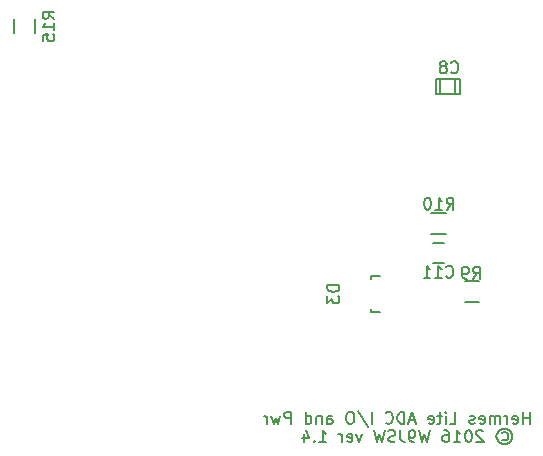
<source format=gbo>
G04 #@! TF.FileFunction,Legend,Bot*
%FSLAX46Y46*%
G04 Gerber Fmt 4.6, Leading zero omitted, Abs format (unit mm)*
G04 Created by KiCad (PCBNEW 4.0.1-stable) date 24/01/2016 09:13:41*
%MOMM*%
G01*
G04 APERTURE LIST*
%ADD10C,0.100000*%
%ADD11C,0.150000*%
%ADD12C,0.127000*%
G04 APERTURE END LIST*
D10*
D11*
X154111905Y-137027381D02*
X154111905Y-136027381D01*
X154111905Y-136503571D02*
X153540476Y-136503571D01*
X153540476Y-137027381D02*
X153540476Y-136027381D01*
X152683333Y-136979762D02*
X152778571Y-137027381D01*
X152969048Y-137027381D01*
X153064286Y-136979762D01*
X153111905Y-136884524D01*
X153111905Y-136503571D01*
X153064286Y-136408333D01*
X152969048Y-136360714D01*
X152778571Y-136360714D01*
X152683333Y-136408333D01*
X152635714Y-136503571D01*
X152635714Y-136598810D01*
X153111905Y-136694048D01*
X152207143Y-137027381D02*
X152207143Y-136360714D01*
X152207143Y-136551190D02*
X152159524Y-136455952D01*
X152111905Y-136408333D01*
X152016667Y-136360714D01*
X151921428Y-136360714D01*
X151588095Y-137027381D02*
X151588095Y-136360714D01*
X151588095Y-136455952D02*
X151540476Y-136408333D01*
X151445238Y-136360714D01*
X151302380Y-136360714D01*
X151207142Y-136408333D01*
X151159523Y-136503571D01*
X151159523Y-137027381D01*
X151159523Y-136503571D02*
X151111904Y-136408333D01*
X151016666Y-136360714D01*
X150873809Y-136360714D01*
X150778571Y-136408333D01*
X150730952Y-136503571D01*
X150730952Y-137027381D01*
X149873809Y-136979762D02*
X149969047Y-137027381D01*
X150159524Y-137027381D01*
X150254762Y-136979762D01*
X150302381Y-136884524D01*
X150302381Y-136503571D01*
X150254762Y-136408333D01*
X150159524Y-136360714D01*
X149969047Y-136360714D01*
X149873809Y-136408333D01*
X149826190Y-136503571D01*
X149826190Y-136598810D01*
X150302381Y-136694048D01*
X149445238Y-136979762D02*
X149350000Y-137027381D01*
X149159524Y-137027381D01*
X149064285Y-136979762D01*
X149016666Y-136884524D01*
X149016666Y-136836905D01*
X149064285Y-136741667D01*
X149159524Y-136694048D01*
X149302381Y-136694048D01*
X149397619Y-136646429D01*
X149445238Y-136551190D01*
X149445238Y-136503571D01*
X149397619Y-136408333D01*
X149302381Y-136360714D01*
X149159524Y-136360714D01*
X149064285Y-136408333D01*
X147349999Y-137027381D02*
X147826190Y-137027381D01*
X147826190Y-136027381D01*
X147016666Y-137027381D02*
X147016666Y-136360714D01*
X147016666Y-136027381D02*
X147064285Y-136075000D01*
X147016666Y-136122619D01*
X146969047Y-136075000D01*
X147016666Y-136027381D01*
X147016666Y-136122619D01*
X146683333Y-136360714D02*
X146302381Y-136360714D01*
X146540476Y-136027381D02*
X146540476Y-136884524D01*
X146492857Y-136979762D01*
X146397619Y-137027381D01*
X146302381Y-137027381D01*
X145588094Y-136979762D02*
X145683332Y-137027381D01*
X145873809Y-137027381D01*
X145969047Y-136979762D01*
X146016666Y-136884524D01*
X146016666Y-136503571D01*
X145969047Y-136408333D01*
X145873809Y-136360714D01*
X145683332Y-136360714D01*
X145588094Y-136408333D01*
X145540475Y-136503571D01*
X145540475Y-136598810D01*
X146016666Y-136694048D01*
X144397618Y-136741667D02*
X143921427Y-136741667D01*
X144492856Y-137027381D02*
X144159523Y-136027381D01*
X143826189Y-137027381D01*
X143492856Y-137027381D02*
X143492856Y-136027381D01*
X143254761Y-136027381D01*
X143111903Y-136075000D01*
X143016665Y-136170238D01*
X142969046Y-136265476D01*
X142921427Y-136455952D01*
X142921427Y-136598810D01*
X142969046Y-136789286D01*
X143016665Y-136884524D01*
X143111903Y-136979762D01*
X143254761Y-137027381D01*
X143492856Y-137027381D01*
X141921427Y-136932143D02*
X141969046Y-136979762D01*
X142111903Y-137027381D01*
X142207141Y-137027381D01*
X142349999Y-136979762D01*
X142445237Y-136884524D01*
X142492856Y-136789286D01*
X142540475Y-136598810D01*
X142540475Y-136455952D01*
X142492856Y-136265476D01*
X142445237Y-136170238D01*
X142349999Y-136075000D01*
X142207141Y-136027381D01*
X142111903Y-136027381D01*
X141969046Y-136075000D01*
X141921427Y-136122619D01*
X140730951Y-137027381D02*
X140730951Y-136027381D01*
X139540475Y-135979762D02*
X140397618Y-137265476D01*
X139016666Y-136027381D02*
X138826189Y-136027381D01*
X138730951Y-136075000D01*
X138635713Y-136170238D01*
X138588094Y-136360714D01*
X138588094Y-136694048D01*
X138635713Y-136884524D01*
X138730951Y-136979762D01*
X138826189Y-137027381D01*
X139016666Y-137027381D01*
X139111904Y-136979762D01*
X139207142Y-136884524D01*
X139254761Y-136694048D01*
X139254761Y-136360714D01*
X139207142Y-136170238D01*
X139111904Y-136075000D01*
X139016666Y-136027381D01*
X136969046Y-137027381D02*
X136969046Y-136503571D01*
X137016665Y-136408333D01*
X137111903Y-136360714D01*
X137302380Y-136360714D01*
X137397618Y-136408333D01*
X136969046Y-136979762D02*
X137064284Y-137027381D01*
X137302380Y-137027381D01*
X137397618Y-136979762D01*
X137445237Y-136884524D01*
X137445237Y-136789286D01*
X137397618Y-136694048D01*
X137302380Y-136646429D01*
X137064284Y-136646429D01*
X136969046Y-136598810D01*
X136492856Y-136360714D02*
X136492856Y-137027381D01*
X136492856Y-136455952D02*
X136445237Y-136408333D01*
X136349999Y-136360714D01*
X136207141Y-136360714D01*
X136111903Y-136408333D01*
X136064284Y-136503571D01*
X136064284Y-137027381D01*
X135159522Y-137027381D02*
X135159522Y-136027381D01*
X135159522Y-136979762D02*
X135254760Y-137027381D01*
X135445237Y-137027381D01*
X135540475Y-136979762D01*
X135588094Y-136932143D01*
X135635713Y-136836905D01*
X135635713Y-136551190D01*
X135588094Y-136455952D01*
X135540475Y-136408333D01*
X135445237Y-136360714D01*
X135254760Y-136360714D01*
X135159522Y-136408333D01*
X133921427Y-137027381D02*
X133921427Y-136027381D01*
X133540474Y-136027381D01*
X133445236Y-136075000D01*
X133397617Y-136122619D01*
X133349998Y-136217857D01*
X133349998Y-136360714D01*
X133397617Y-136455952D01*
X133445236Y-136503571D01*
X133540474Y-136551190D01*
X133921427Y-136551190D01*
X133016665Y-136360714D02*
X132826189Y-137027381D01*
X132635712Y-136551190D01*
X132445236Y-137027381D01*
X132254760Y-136360714D01*
X131873808Y-137027381D02*
X131873808Y-136360714D01*
X131873808Y-136551190D02*
X131826189Y-136455952D01*
X131778570Y-136408333D01*
X131683332Y-136360714D01*
X131588093Y-136360714D01*
X151778571Y-137815476D02*
X151873809Y-137767857D01*
X152064285Y-137767857D01*
X152159523Y-137815476D01*
X152254761Y-137910714D01*
X152302380Y-138005952D01*
X152302380Y-138196429D01*
X152254761Y-138291667D01*
X152159523Y-138386905D01*
X152064285Y-138434524D01*
X151873809Y-138434524D01*
X151778571Y-138386905D01*
X151969047Y-137434524D02*
X152207142Y-137482143D01*
X152445238Y-137625000D01*
X152588095Y-137863095D01*
X152635714Y-138101190D01*
X152588095Y-138339286D01*
X152445238Y-138577381D01*
X152207142Y-138720238D01*
X151969047Y-138767857D01*
X151730952Y-138720238D01*
X151492857Y-138577381D01*
X151350000Y-138339286D01*
X151302380Y-138101190D01*
X151350000Y-137863095D01*
X151492857Y-137625000D01*
X151730952Y-137482143D01*
X151969047Y-137434524D01*
X150159523Y-137672619D02*
X150111904Y-137625000D01*
X150016666Y-137577381D01*
X149778570Y-137577381D01*
X149683332Y-137625000D01*
X149635713Y-137672619D01*
X149588094Y-137767857D01*
X149588094Y-137863095D01*
X149635713Y-138005952D01*
X150207142Y-138577381D01*
X149588094Y-138577381D01*
X148969047Y-137577381D02*
X148873808Y-137577381D01*
X148778570Y-137625000D01*
X148730951Y-137672619D01*
X148683332Y-137767857D01*
X148635713Y-137958333D01*
X148635713Y-138196429D01*
X148683332Y-138386905D01*
X148730951Y-138482143D01*
X148778570Y-138529762D01*
X148873808Y-138577381D01*
X148969047Y-138577381D01*
X149064285Y-138529762D01*
X149111904Y-138482143D01*
X149159523Y-138386905D01*
X149207142Y-138196429D01*
X149207142Y-137958333D01*
X149159523Y-137767857D01*
X149111904Y-137672619D01*
X149064285Y-137625000D01*
X148969047Y-137577381D01*
X147683332Y-138577381D02*
X148254761Y-138577381D01*
X147969047Y-138577381D02*
X147969047Y-137577381D01*
X148064285Y-137720238D01*
X148159523Y-137815476D01*
X148254761Y-137863095D01*
X146826189Y-137577381D02*
X147016666Y-137577381D01*
X147111904Y-137625000D01*
X147159523Y-137672619D01*
X147254761Y-137815476D01*
X147302380Y-138005952D01*
X147302380Y-138386905D01*
X147254761Y-138482143D01*
X147207142Y-138529762D01*
X147111904Y-138577381D01*
X146921427Y-138577381D01*
X146826189Y-138529762D01*
X146778570Y-138482143D01*
X146730951Y-138386905D01*
X146730951Y-138148810D01*
X146778570Y-138053571D01*
X146826189Y-138005952D01*
X146921427Y-137958333D01*
X147111904Y-137958333D01*
X147207142Y-138005952D01*
X147254761Y-138053571D01*
X147302380Y-138148810D01*
X145635713Y-137577381D02*
X145397618Y-138577381D01*
X145207141Y-137863095D01*
X145016665Y-138577381D01*
X144778570Y-137577381D01*
X144349999Y-138577381D02*
X144159523Y-138577381D01*
X144064284Y-138529762D01*
X144016665Y-138482143D01*
X143921427Y-138339286D01*
X143873808Y-138148810D01*
X143873808Y-137767857D01*
X143921427Y-137672619D01*
X143969046Y-137625000D01*
X144064284Y-137577381D01*
X144254761Y-137577381D01*
X144349999Y-137625000D01*
X144397618Y-137672619D01*
X144445237Y-137767857D01*
X144445237Y-138005952D01*
X144397618Y-138101190D01*
X144349999Y-138148810D01*
X144254761Y-138196429D01*
X144064284Y-138196429D01*
X143969046Y-138148810D01*
X143921427Y-138101190D01*
X143873808Y-138005952D01*
X143159522Y-137577381D02*
X143159522Y-138291667D01*
X143207142Y-138434524D01*
X143302380Y-138529762D01*
X143445237Y-138577381D01*
X143540475Y-138577381D01*
X142730951Y-138529762D02*
X142588094Y-138577381D01*
X142349998Y-138577381D01*
X142254760Y-138529762D01*
X142207141Y-138482143D01*
X142159522Y-138386905D01*
X142159522Y-138291667D01*
X142207141Y-138196429D01*
X142254760Y-138148810D01*
X142349998Y-138101190D01*
X142540475Y-138053571D01*
X142635713Y-138005952D01*
X142683332Y-137958333D01*
X142730951Y-137863095D01*
X142730951Y-137767857D01*
X142683332Y-137672619D01*
X142635713Y-137625000D01*
X142540475Y-137577381D01*
X142302379Y-137577381D01*
X142159522Y-137625000D01*
X141826189Y-137577381D02*
X141588094Y-138577381D01*
X141397617Y-137863095D01*
X141207141Y-138577381D01*
X140969046Y-137577381D01*
X139921427Y-137910714D02*
X139683332Y-138577381D01*
X139445236Y-137910714D01*
X138683331Y-138529762D02*
X138778569Y-138577381D01*
X138969046Y-138577381D01*
X139064284Y-138529762D01*
X139111903Y-138434524D01*
X139111903Y-138053571D01*
X139064284Y-137958333D01*
X138969046Y-137910714D01*
X138778569Y-137910714D01*
X138683331Y-137958333D01*
X138635712Y-138053571D01*
X138635712Y-138148810D01*
X139111903Y-138244048D01*
X138207141Y-138577381D02*
X138207141Y-137910714D01*
X138207141Y-138101190D02*
X138159522Y-138005952D01*
X138111903Y-137958333D01*
X138016665Y-137910714D01*
X137921426Y-137910714D01*
X136302378Y-138577381D02*
X136873807Y-138577381D01*
X136588093Y-138577381D02*
X136588093Y-137577381D01*
X136683331Y-137720238D01*
X136778569Y-137815476D01*
X136873807Y-137863095D01*
X135873807Y-138482143D02*
X135826188Y-138529762D01*
X135873807Y-138577381D01*
X135921426Y-138529762D01*
X135873807Y-138482143D01*
X135873807Y-138577381D01*
X134969045Y-137910714D02*
X134969045Y-138577381D01*
X135207141Y-137529762D02*
X135445236Y-138244048D01*
X134826188Y-138244048D01*
D12*
X147835000Y-109135000D02*
X147835000Y-107865000D01*
X146565000Y-109135000D02*
X146565000Y-107890400D01*
X146184000Y-109135000D02*
X148216000Y-109135000D01*
X148216000Y-109135000D02*
X148216000Y-107865000D01*
X148216000Y-107865000D02*
X146184000Y-107865000D01*
X146184000Y-107865000D02*
X146184000Y-109135000D01*
D11*
X146900000Y-123450000D02*
X145900000Y-123450000D01*
X145900000Y-121750000D02*
X146900000Y-121750000D01*
X148600000Y-126725000D02*
X149800000Y-126725000D01*
X149800000Y-124975000D02*
X148600000Y-124975000D01*
X147000000Y-119225000D02*
X145800000Y-119225000D01*
X145800000Y-120975000D02*
X147000000Y-120975000D01*
X141401800Y-124547680D02*
X140700760Y-124547680D01*
X140700760Y-124547680D02*
X140700760Y-124796600D01*
X140700760Y-127346660D02*
X140700760Y-127547320D01*
X140700760Y-127547320D02*
X141401800Y-127547320D01*
X110440500Y-102778000D02*
X110440500Y-103978000D01*
X112190500Y-103978000D02*
X112190500Y-102778000D01*
X147466666Y-107257143D02*
X147514285Y-107304762D01*
X147657142Y-107352381D01*
X147752380Y-107352381D01*
X147895238Y-107304762D01*
X147990476Y-107209524D01*
X148038095Y-107114286D01*
X148085714Y-106923810D01*
X148085714Y-106780952D01*
X148038095Y-106590476D01*
X147990476Y-106495238D01*
X147895238Y-106400000D01*
X147752380Y-106352381D01*
X147657142Y-106352381D01*
X147514285Y-106400000D01*
X147466666Y-106447619D01*
X146895238Y-106780952D02*
X146990476Y-106733333D01*
X147038095Y-106685714D01*
X147085714Y-106590476D01*
X147085714Y-106542857D01*
X147038095Y-106447619D01*
X146990476Y-106400000D01*
X146895238Y-106352381D01*
X146704761Y-106352381D01*
X146609523Y-106400000D01*
X146561904Y-106447619D01*
X146514285Y-106542857D01*
X146514285Y-106590476D01*
X146561904Y-106685714D01*
X146609523Y-106733333D01*
X146704761Y-106780952D01*
X146895238Y-106780952D01*
X146990476Y-106828571D01*
X147038095Y-106876190D01*
X147085714Y-106971429D01*
X147085714Y-107161905D01*
X147038095Y-107257143D01*
X146990476Y-107304762D01*
X146895238Y-107352381D01*
X146704761Y-107352381D01*
X146609523Y-107304762D01*
X146561904Y-107257143D01*
X146514285Y-107161905D01*
X146514285Y-106971429D01*
X146561904Y-106876190D01*
X146609523Y-106828571D01*
X146704761Y-106780952D01*
X147042857Y-124557143D02*
X147090476Y-124604762D01*
X147233333Y-124652381D01*
X147328571Y-124652381D01*
X147471429Y-124604762D01*
X147566667Y-124509524D01*
X147614286Y-124414286D01*
X147661905Y-124223810D01*
X147661905Y-124080952D01*
X147614286Y-123890476D01*
X147566667Y-123795238D01*
X147471429Y-123700000D01*
X147328571Y-123652381D01*
X147233333Y-123652381D01*
X147090476Y-123700000D01*
X147042857Y-123747619D01*
X146090476Y-124652381D02*
X146661905Y-124652381D01*
X146376191Y-124652381D02*
X146376191Y-123652381D01*
X146471429Y-123795238D01*
X146566667Y-123890476D01*
X146661905Y-123938095D01*
X145138095Y-124652381D02*
X145709524Y-124652381D01*
X145423810Y-124652381D02*
X145423810Y-123652381D01*
X145519048Y-123795238D01*
X145614286Y-123890476D01*
X145709524Y-123938095D01*
X149316666Y-124752381D02*
X149650000Y-124276190D01*
X149888095Y-124752381D02*
X149888095Y-123752381D01*
X149507142Y-123752381D01*
X149411904Y-123800000D01*
X149364285Y-123847619D01*
X149316666Y-123942857D01*
X149316666Y-124085714D01*
X149364285Y-124180952D01*
X149411904Y-124228571D01*
X149507142Y-124276190D01*
X149888095Y-124276190D01*
X148840476Y-124752381D02*
X148650000Y-124752381D01*
X148554761Y-124704762D01*
X148507142Y-124657143D01*
X148411904Y-124514286D01*
X148364285Y-124323810D01*
X148364285Y-123942857D01*
X148411904Y-123847619D01*
X148459523Y-123800000D01*
X148554761Y-123752381D01*
X148745238Y-123752381D01*
X148840476Y-123800000D01*
X148888095Y-123847619D01*
X148935714Y-123942857D01*
X148935714Y-124180952D01*
X148888095Y-124276190D01*
X148840476Y-124323810D01*
X148745238Y-124371429D01*
X148554761Y-124371429D01*
X148459523Y-124323810D01*
X148411904Y-124276190D01*
X148364285Y-124180952D01*
X147092857Y-118902381D02*
X147426191Y-118426190D01*
X147664286Y-118902381D02*
X147664286Y-117902381D01*
X147283333Y-117902381D01*
X147188095Y-117950000D01*
X147140476Y-117997619D01*
X147092857Y-118092857D01*
X147092857Y-118235714D01*
X147140476Y-118330952D01*
X147188095Y-118378571D01*
X147283333Y-118426190D01*
X147664286Y-118426190D01*
X146140476Y-118902381D02*
X146711905Y-118902381D01*
X146426191Y-118902381D02*
X146426191Y-117902381D01*
X146521429Y-118045238D01*
X146616667Y-118140476D01*
X146711905Y-118188095D01*
X145521429Y-117902381D02*
X145426190Y-117902381D01*
X145330952Y-117950000D01*
X145283333Y-117997619D01*
X145235714Y-118092857D01*
X145188095Y-118283333D01*
X145188095Y-118521429D01*
X145235714Y-118711905D01*
X145283333Y-118807143D01*
X145330952Y-118854762D01*
X145426190Y-118902381D01*
X145521429Y-118902381D01*
X145616667Y-118854762D01*
X145664286Y-118807143D01*
X145711905Y-118711905D01*
X145759524Y-118521429D01*
X145759524Y-118283333D01*
X145711905Y-118092857D01*
X145664286Y-117997619D01*
X145616667Y-117950000D01*
X145521429Y-117902381D01*
X137993381Y-125309405D02*
X136993381Y-125309405D01*
X136993381Y-125547500D01*
X137041000Y-125690358D01*
X137136238Y-125785596D01*
X137231476Y-125833215D01*
X137421952Y-125880834D01*
X137564810Y-125880834D01*
X137755286Y-125833215D01*
X137850524Y-125785596D01*
X137945762Y-125690358D01*
X137993381Y-125547500D01*
X137993381Y-125309405D01*
X136993381Y-126214167D02*
X136993381Y-126833215D01*
X137374333Y-126499881D01*
X137374333Y-126642739D01*
X137421952Y-126737977D01*
X137469571Y-126785596D01*
X137564810Y-126833215D01*
X137802905Y-126833215D01*
X137898143Y-126785596D01*
X137945762Y-126737977D01*
X137993381Y-126642739D01*
X137993381Y-126357024D01*
X137945762Y-126261786D01*
X137898143Y-126214167D01*
X113867881Y-102735143D02*
X113391690Y-102401809D01*
X113867881Y-102163714D02*
X112867881Y-102163714D01*
X112867881Y-102544667D01*
X112915500Y-102639905D01*
X112963119Y-102687524D01*
X113058357Y-102735143D01*
X113201214Y-102735143D01*
X113296452Y-102687524D01*
X113344071Y-102639905D01*
X113391690Y-102544667D01*
X113391690Y-102163714D01*
X113867881Y-103687524D02*
X113867881Y-103116095D01*
X113867881Y-103401809D02*
X112867881Y-103401809D01*
X113010738Y-103306571D01*
X113105976Y-103211333D01*
X113153595Y-103116095D01*
X112867881Y-104592286D02*
X112867881Y-104116095D01*
X113344071Y-104068476D01*
X113296452Y-104116095D01*
X113248833Y-104211333D01*
X113248833Y-104449429D01*
X113296452Y-104544667D01*
X113344071Y-104592286D01*
X113439310Y-104639905D01*
X113677405Y-104639905D01*
X113772643Y-104592286D01*
X113820262Y-104544667D01*
X113867881Y-104449429D01*
X113867881Y-104211333D01*
X113820262Y-104116095D01*
X113772643Y-104068476D01*
M02*

</source>
